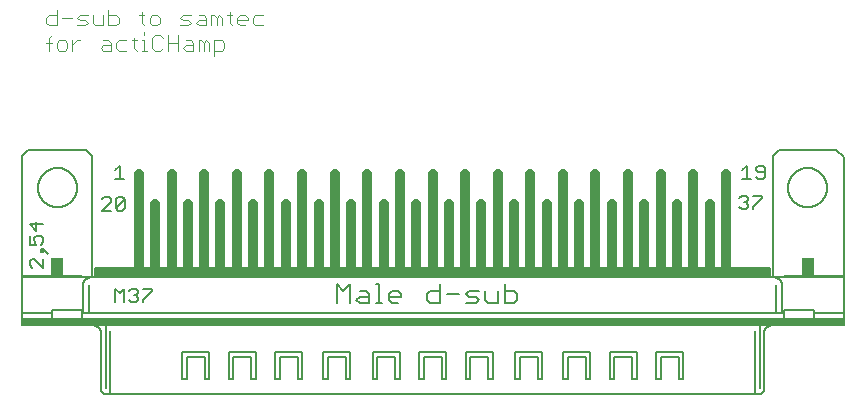
<source format=gto>
G75*
%MOIN*%
%OFA0B0*%
%FSLAX25Y25*%
%IPPOS*%
%LPD*%
%AMOC8*
5,1,8,0,0,1.08239X$1,22.5*
%
%ADD10C,0.00400*%
%ADD11C,0.00600*%
%ADD12C,0.03200*%
%ADD13C,0.00500*%
%ADD14R,0.01000X0.09500*%
%ADD15R,0.04000X0.06500*%
%ADD16R,2.25000X0.03000*%
%ADD17R,2.74000X0.02000*%
%ADD18R,0.03200X0.28500*%
%ADD19R,0.03200X0.18500*%
D10*
X0106419Y0114202D02*
X0106419Y0119407D01*
X0109021Y0119407D01*
X0109889Y0118539D01*
X0109889Y0116804D01*
X0109021Y0115937D01*
X0106419Y0115937D01*
X0104732Y0115937D02*
X0104732Y0118539D01*
X0103865Y0119407D01*
X0102998Y0118539D01*
X0102998Y0115937D01*
X0101263Y0115937D02*
X0101263Y0119407D01*
X0102130Y0119407D01*
X0102998Y0118539D01*
X0099576Y0118539D02*
X0099576Y0115937D01*
X0096974Y0115937D01*
X0096106Y0116804D01*
X0096974Y0117672D01*
X0099576Y0117672D01*
X0099576Y0118539D02*
X0098709Y0119407D01*
X0096974Y0119407D01*
X0094420Y0118539D02*
X0090950Y0118539D01*
X0089263Y0116804D02*
X0088396Y0115937D01*
X0086661Y0115937D01*
X0085794Y0116804D01*
X0085794Y0120274D01*
X0086661Y0121141D01*
X0088396Y0121141D01*
X0089263Y0120274D01*
X0090950Y0121141D02*
X0090950Y0115937D01*
X0094420Y0115937D02*
X0094420Y0121141D01*
X0095247Y0124337D02*
X0097849Y0124337D01*
X0098717Y0125204D01*
X0097849Y0126072D01*
X0096114Y0126072D01*
X0095247Y0126939D01*
X0096114Y0127807D01*
X0098717Y0127807D01*
X0101271Y0127807D02*
X0103006Y0127807D01*
X0103873Y0126939D01*
X0103873Y0124337D01*
X0101271Y0124337D01*
X0100403Y0125204D01*
X0101271Y0126072D01*
X0103873Y0126072D01*
X0105560Y0124337D02*
X0105560Y0127807D01*
X0106427Y0127807D01*
X0107295Y0126939D01*
X0108162Y0127807D01*
X0109029Y0126939D01*
X0109029Y0124337D01*
X0107295Y0124337D02*
X0107295Y0126939D01*
X0110716Y0127807D02*
X0112451Y0127807D01*
X0111584Y0128674D02*
X0111584Y0125204D01*
X0112451Y0124337D01*
X0114154Y0125204D02*
X0114154Y0126939D01*
X0115021Y0127807D01*
X0116756Y0127807D01*
X0117623Y0126939D01*
X0117623Y0126072D01*
X0114154Y0126072D01*
X0114154Y0125204D02*
X0115021Y0124337D01*
X0116756Y0124337D01*
X0119310Y0125204D02*
X0120178Y0124337D01*
X0122780Y0124337D01*
X0119310Y0125204D02*
X0119310Y0126939D01*
X0120178Y0127807D01*
X0122780Y0127807D01*
X0088404Y0126939D02*
X0087536Y0127807D01*
X0085802Y0127807D01*
X0084934Y0126939D01*
X0084934Y0125204D01*
X0085802Y0124337D01*
X0087536Y0124337D01*
X0088404Y0125204D01*
X0088404Y0126939D01*
X0083231Y0127807D02*
X0081497Y0127807D01*
X0082364Y0128674D02*
X0082364Y0125204D01*
X0083231Y0124337D01*
X0083223Y0122009D02*
X0083223Y0121141D01*
X0083223Y0119407D02*
X0083223Y0115937D01*
X0082356Y0115937D02*
X0084091Y0115937D01*
X0080653Y0115937D02*
X0079786Y0116804D01*
X0079786Y0120274D01*
X0078918Y0119407D02*
X0080653Y0119407D01*
X0082356Y0119407D02*
X0083223Y0119407D01*
X0077232Y0119407D02*
X0074629Y0119407D01*
X0073762Y0118539D01*
X0073762Y0116804D01*
X0074629Y0115937D01*
X0077232Y0115937D01*
X0072075Y0115937D02*
X0072075Y0118539D01*
X0071208Y0119407D01*
X0069473Y0119407D01*
X0069473Y0117672D02*
X0068606Y0116804D01*
X0069473Y0115937D01*
X0072075Y0115937D01*
X0072075Y0117672D02*
X0069473Y0117672D01*
X0069497Y0124337D02*
X0066895Y0124337D01*
X0066027Y0125204D01*
X0066027Y0127807D01*
X0064341Y0127807D02*
X0061738Y0127807D01*
X0060871Y0126939D01*
X0061738Y0126072D01*
X0063473Y0126072D01*
X0064341Y0125204D01*
X0063473Y0124337D01*
X0060871Y0124337D01*
X0059184Y0126939D02*
X0055715Y0126939D01*
X0054028Y0127807D02*
X0051426Y0127807D01*
X0050558Y0126939D01*
X0050558Y0125204D01*
X0051426Y0124337D01*
X0054028Y0124337D01*
X0054028Y0129541D01*
X0052293Y0121141D02*
X0051426Y0120274D01*
X0051426Y0115937D01*
X0053996Y0116804D02*
X0053996Y0118539D01*
X0054863Y0119407D01*
X0056598Y0119407D01*
X0057465Y0118539D01*
X0057465Y0116804D01*
X0056598Y0115937D01*
X0054863Y0115937D01*
X0053996Y0116804D01*
X0052293Y0118539D02*
X0050558Y0118539D01*
X0059152Y0117672D02*
X0060887Y0119407D01*
X0061754Y0119407D01*
X0059152Y0119407D02*
X0059152Y0115937D01*
X0069497Y0124337D02*
X0069497Y0127807D01*
X0071184Y0127807D02*
X0073786Y0127807D01*
X0074653Y0126939D01*
X0074653Y0125204D01*
X0073786Y0124337D01*
X0071184Y0124337D01*
X0071184Y0129541D01*
D11*
X0070248Y0024300D02*
X0042248Y0024300D01*
X0042248Y0026300D01*
X0052248Y0026300D01*
X0062248Y0026300D01*
X0062248Y0028300D01*
X0062748Y0028300D01*
X0062748Y0037800D01*
X0062750Y0037898D01*
X0062756Y0037996D01*
X0062765Y0038094D01*
X0062779Y0038191D01*
X0062796Y0038288D01*
X0062817Y0038384D01*
X0062842Y0038479D01*
X0062870Y0038573D01*
X0062903Y0038665D01*
X0062938Y0038757D01*
X0062978Y0038847D01*
X0063020Y0038935D01*
X0063067Y0039022D01*
X0063116Y0039106D01*
X0063169Y0039189D01*
X0063225Y0039269D01*
X0063285Y0039348D01*
X0063347Y0039424D01*
X0063412Y0039497D01*
X0063480Y0039568D01*
X0063551Y0039636D01*
X0063624Y0039701D01*
X0063700Y0039763D01*
X0063779Y0039823D01*
X0063859Y0039879D01*
X0063942Y0039932D01*
X0064026Y0039981D01*
X0064113Y0040028D01*
X0064201Y0040070D01*
X0064291Y0040110D01*
X0064383Y0040145D01*
X0064475Y0040178D01*
X0064569Y0040206D01*
X0064664Y0040231D01*
X0064760Y0040252D01*
X0064857Y0040269D01*
X0064954Y0040283D01*
X0065052Y0040292D01*
X0065150Y0040298D01*
X0065248Y0040300D01*
X0065748Y0040300D02*
X0062248Y0040300D01*
X0042248Y0040300D01*
X0042248Y0040800D01*
X0042248Y0080800D01*
X0044248Y0082800D01*
X0063748Y0082800D01*
X0065748Y0080800D01*
X0065748Y0040300D01*
X0066748Y0040300D01*
X0066748Y0043300D01*
X0291748Y0043300D01*
X0291748Y0040300D01*
X0066748Y0040300D01*
X0062248Y0040300D02*
X0062248Y0040800D01*
X0042248Y0040800D01*
X0042248Y0040300D02*
X0042248Y0028300D01*
X0052248Y0028300D01*
X0052248Y0029300D01*
X0062248Y0029300D01*
X0062248Y0028300D01*
X0062748Y0028300D02*
X0295748Y0028300D01*
X0295748Y0037800D01*
X0295746Y0037898D01*
X0295740Y0037996D01*
X0295731Y0038094D01*
X0295717Y0038191D01*
X0295700Y0038288D01*
X0295679Y0038384D01*
X0295654Y0038479D01*
X0295626Y0038573D01*
X0295593Y0038665D01*
X0295558Y0038757D01*
X0295518Y0038847D01*
X0295476Y0038935D01*
X0295429Y0039022D01*
X0295380Y0039106D01*
X0295327Y0039189D01*
X0295271Y0039269D01*
X0295211Y0039348D01*
X0295149Y0039424D01*
X0295084Y0039497D01*
X0295016Y0039568D01*
X0294945Y0039636D01*
X0294872Y0039701D01*
X0294796Y0039763D01*
X0294717Y0039823D01*
X0294637Y0039879D01*
X0294554Y0039932D01*
X0294470Y0039981D01*
X0294383Y0040028D01*
X0294295Y0040070D01*
X0294205Y0040110D01*
X0294113Y0040145D01*
X0294021Y0040178D01*
X0293927Y0040206D01*
X0293832Y0040231D01*
X0293736Y0040252D01*
X0293639Y0040269D01*
X0293542Y0040283D01*
X0293444Y0040292D01*
X0293346Y0040298D01*
X0293248Y0040300D01*
X0292748Y0040300D02*
X0292748Y0080800D01*
X0294748Y0082800D01*
X0313748Y0082800D01*
X0316248Y0080300D01*
X0316248Y0040800D01*
X0296248Y0040800D01*
X0296248Y0040300D01*
X0292748Y0040300D01*
X0291748Y0040300D01*
X0296248Y0040300D02*
X0316248Y0040300D01*
X0316248Y0040800D01*
X0316248Y0040300D02*
X0316248Y0028300D01*
X0316248Y0026300D01*
X0306248Y0026300D01*
X0306248Y0028300D01*
X0306248Y0029300D01*
X0296248Y0029300D01*
X0296248Y0028300D01*
X0295748Y0028300D01*
X0296248Y0028300D02*
X0296248Y0026300D01*
X0062248Y0026300D01*
X0066248Y0024300D02*
X0066346Y0024298D01*
X0066444Y0024292D01*
X0066542Y0024283D01*
X0066639Y0024269D01*
X0066736Y0024252D01*
X0066832Y0024231D01*
X0066927Y0024206D01*
X0067021Y0024178D01*
X0067113Y0024145D01*
X0067205Y0024110D01*
X0067295Y0024070D01*
X0067383Y0024028D01*
X0067470Y0023981D01*
X0067554Y0023932D01*
X0067637Y0023879D01*
X0067717Y0023823D01*
X0067796Y0023763D01*
X0067872Y0023701D01*
X0067945Y0023636D01*
X0068016Y0023568D01*
X0068084Y0023497D01*
X0068149Y0023424D01*
X0068211Y0023348D01*
X0068271Y0023269D01*
X0068327Y0023189D01*
X0068380Y0023106D01*
X0068429Y0023022D01*
X0068476Y0022935D01*
X0068518Y0022847D01*
X0068558Y0022757D01*
X0068593Y0022665D01*
X0068626Y0022573D01*
X0068654Y0022479D01*
X0068679Y0022384D01*
X0068700Y0022288D01*
X0068717Y0022191D01*
X0068731Y0022094D01*
X0068740Y0021996D01*
X0068746Y0021898D01*
X0068748Y0021800D01*
X0068748Y0003300D01*
X0070248Y0003300D02*
X0070248Y0024300D01*
X0288248Y0024300D01*
X0316248Y0024300D01*
X0316248Y0026300D01*
X0316248Y0028300D02*
X0306248Y0028300D01*
X0306248Y0026300D02*
X0296248Y0026300D01*
X0292248Y0024300D02*
X0292150Y0024298D01*
X0292052Y0024292D01*
X0291954Y0024283D01*
X0291857Y0024269D01*
X0291760Y0024252D01*
X0291664Y0024231D01*
X0291569Y0024206D01*
X0291475Y0024178D01*
X0291383Y0024145D01*
X0291291Y0024110D01*
X0291201Y0024070D01*
X0291113Y0024028D01*
X0291026Y0023981D01*
X0290942Y0023932D01*
X0290859Y0023879D01*
X0290779Y0023823D01*
X0290700Y0023763D01*
X0290624Y0023701D01*
X0290551Y0023636D01*
X0290480Y0023568D01*
X0290412Y0023497D01*
X0290347Y0023424D01*
X0290285Y0023348D01*
X0290225Y0023269D01*
X0290169Y0023189D01*
X0290116Y0023106D01*
X0290067Y0023022D01*
X0290020Y0022935D01*
X0289978Y0022847D01*
X0289938Y0022757D01*
X0289903Y0022665D01*
X0289870Y0022573D01*
X0289842Y0022479D01*
X0289817Y0022384D01*
X0289796Y0022288D01*
X0289779Y0022191D01*
X0289765Y0022094D01*
X0289756Y0021996D01*
X0289750Y0021898D01*
X0289748Y0021800D01*
X0289748Y0003300D01*
X0288248Y0003300D02*
X0288248Y0024300D01*
X0286748Y0022300D02*
X0286748Y0001300D01*
X0071748Y0001300D01*
X0070748Y0001300D01*
X0071748Y0001300D02*
X0071748Y0022300D01*
X0052248Y0026300D02*
X0052248Y0028300D01*
X0042248Y0028300D02*
X0042248Y0026300D01*
X0068748Y0003300D02*
X0068750Y0003213D01*
X0068756Y0003126D01*
X0068765Y0003039D01*
X0068778Y0002953D01*
X0068795Y0002867D01*
X0068816Y0002782D01*
X0068841Y0002699D01*
X0068869Y0002616D01*
X0068900Y0002535D01*
X0068935Y0002455D01*
X0068974Y0002377D01*
X0069016Y0002300D01*
X0069061Y0002225D01*
X0069110Y0002153D01*
X0069161Y0002082D01*
X0069216Y0002014D01*
X0069273Y0001949D01*
X0069334Y0001886D01*
X0069397Y0001825D01*
X0069462Y0001768D01*
X0069530Y0001713D01*
X0069601Y0001662D01*
X0069673Y0001613D01*
X0069748Y0001568D01*
X0069825Y0001526D01*
X0069903Y0001487D01*
X0069983Y0001452D01*
X0070064Y0001421D01*
X0070147Y0001393D01*
X0070230Y0001368D01*
X0070315Y0001347D01*
X0070401Y0001330D01*
X0070487Y0001317D01*
X0070574Y0001308D01*
X0070661Y0001302D01*
X0070748Y0001300D01*
X0095748Y0006300D02*
X0095748Y0015300D01*
X0104748Y0015300D01*
X0104748Y0006300D01*
X0103248Y0006300D01*
X0103248Y0013800D01*
X0097248Y0013800D01*
X0097248Y0006300D01*
X0095748Y0006300D01*
X0111248Y0006300D02*
X0111248Y0015300D01*
X0120248Y0015300D01*
X0120248Y0006300D01*
X0118748Y0006300D01*
X0118748Y0013800D01*
X0112748Y0013800D01*
X0112748Y0006300D01*
X0111248Y0006300D01*
X0126748Y0006300D02*
X0126748Y0015300D01*
X0135748Y0015300D01*
X0135748Y0006300D01*
X0134248Y0006300D01*
X0134248Y0013800D01*
X0128248Y0013800D01*
X0128248Y0006300D01*
X0126748Y0006300D01*
X0142748Y0006300D02*
X0142748Y0015300D01*
X0151748Y0015300D01*
X0151748Y0006300D01*
X0150248Y0006300D01*
X0150248Y0013800D01*
X0144248Y0013800D01*
X0144248Y0006300D01*
X0142748Y0006300D01*
X0159248Y0006300D02*
X0159248Y0015300D01*
X0168248Y0015300D01*
X0168248Y0006300D01*
X0166748Y0006300D01*
X0166748Y0013800D01*
X0160748Y0013800D01*
X0160748Y0006300D01*
X0159248Y0006300D01*
X0174748Y0006300D02*
X0174748Y0015300D01*
X0183748Y0015300D01*
X0183748Y0006300D01*
X0182248Y0006300D01*
X0182248Y0013800D01*
X0176248Y0013800D01*
X0176248Y0006300D01*
X0174748Y0006300D01*
X0190248Y0006300D02*
X0190248Y0015300D01*
X0199248Y0015300D01*
X0199248Y0006300D01*
X0197748Y0006300D01*
X0197748Y0013800D01*
X0191748Y0013800D01*
X0191748Y0006300D01*
X0190248Y0006300D01*
X0206748Y0006300D02*
X0206748Y0015300D01*
X0215748Y0015300D01*
X0215748Y0006300D01*
X0214248Y0006300D01*
X0214248Y0013800D01*
X0208248Y0013800D01*
X0208248Y0006300D01*
X0206748Y0006300D01*
X0222748Y0006300D02*
X0222748Y0015300D01*
X0231748Y0015300D01*
X0231748Y0006300D01*
X0230248Y0006300D01*
X0230248Y0013800D01*
X0224248Y0013800D01*
X0224248Y0006300D01*
X0222748Y0006300D01*
X0238248Y0006300D02*
X0238248Y0015300D01*
X0247248Y0015300D01*
X0247248Y0006300D01*
X0245748Y0006300D01*
X0245748Y0013800D01*
X0239748Y0013800D01*
X0239748Y0006300D01*
X0238248Y0006300D01*
X0253748Y0006300D02*
X0253748Y0015300D01*
X0262748Y0015300D01*
X0262748Y0006300D01*
X0261248Y0006300D01*
X0261248Y0013800D01*
X0255248Y0013800D01*
X0255248Y0006300D01*
X0253748Y0006300D01*
X0286748Y0001300D02*
X0287748Y0001300D01*
X0287835Y0001302D01*
X0287922Y0001308D01*
X0288009Y0001317D01*
X0288095Y0001330D01*
X0288181Y0001347D01*
X0288266Y0001368D01*
X0288349Y0001393D01*
X0288432Y0001421D01*
X0288513Y0001452D01*
X0288593Y0001487D01*
X0288671Y0001526D01*
X0288748Y0001568D01*
X0288823Y0001613D01*
X0288895Y0001662D01*
X0288966Y0001713D01*
X0289034Y0001768D01*
X0289099Y0001825D01*
X0289162Y0001886D01*
X0289223Y0001949D01*
X0289280Y0002014D01*
X0289335Y0002082D01*
X0289386Y0002153D01*
X0289435Y0002225D01*
X0289480Y0002300D01*
X0289522Y0002377D01*
X0289561Y0002455D01*
X0289596Y0002535D01*
X0289627Y0002616D01*
X0289655Y0002699D01*
X0289680Y0002782D01*
X0289701Y0002867D01*
X0289718Y0002953D01*
X0289731Y0003039D01*
X0289740Y0003126D01*
X0289746Y0003213D01*
X0289748Y0003300D01*
X0207553Y0032731D02*
X0207553Y0034866D01*
X0206486Y0035933D01*
X0203283Y0035933D01*
X0203283Y0038068D02*
X0203283Y0031663D01*
X0206486Y0031663D01*
X0207553Y0032731D01*
X0201108Y0031663D02*
X0201108Y0035933D01*
X0196838Y0035933D02*
X0196838Y0032731D01*
X0197905Y0031663D01*
X0201108Y0031663D01*
X0194662Y0032731D02*
X0193595Y0033798D01*
X0191460Y0033798D01*
X0190392Y0034866D01*
X0191460Y0035933D01*
X0194662Y0035933D01*
X0194662Y0032731D02*
X0193595Y0031663D01*
X0190392Y0031663D01*
X0188217Y0034866D02*
X0183947Y0034866D01*
X0181771Y0035933D02*
X0178569Y0035933D01*
X0177501Y0034866D01*
X0177501Y0032731D01*
X0178569Y0031663D01*
X0181771Y0031663D01*
X0181771Y0038068D01*
X0168880Y0034866D02*
X0168880Y0033798D01*
X0164610Y0033798D01*
X0164610Y0032731D02*
X0164610Y0034866D01*
X0165678Y0035933D01*
X0167813Y0035933D01*
X0168880Y0034866D01*
X0167813Y0031663D02*
X0165678Y0031663D01*
X0164610Y0032731D01*
X0162448Y0031663D02*
X0160313Y0031663D01*
X0161381Y0031663D02*
X0161381Y0038068D01*
X0160313Y0038068D01*
X0158138Y0034866D02*
X0157070Y0035933D01*
X0154935Y0035933D01*
X0154935Y0033798D02*
X0158138Y0033798D01*
X0158138Y0034866D02*
X0158138Y0031663D01*
X0154935Y0031663D01*
X0153868Y0032731D01*
X0154935Y0033798D01*
X0151692Y0031663D02*
X0151692Y0038068D01*
X0149557Y0035933D01*
X0147422Y0038068D01*
X0147422Y0031663D01*
X0047748Y0070300D02*
X0047750Y0070461D01*
X0047756Y0070621D01*
X0047766Y0070782D01*
X0047780Y0070942D01*
X0047798Y0071102D01*
X0047819Y0071261D01*
X0047845Y0071420D01*
X0047875Y0071578D01*
X0047908Y0071735D01*
X0047946Y0071892D01*
X0047987Y0072047D01*
X0048032Y0072201D01*
X0048081Y0072354D01*
X0048134Y0072506D01*
X0048190Y0072657D01*
X0048251Y0072806D01*
X0048314Y0072954D01*
X0048382Y0073100D01*
X0048453Y0073244D01*
X0048527Y0073386D01*
X0048605Y0073527D01*
X0048687Y0073665D01*
X0048772Y0073802D01*
X0048860Y0073936D01*
X0048952Y0074068D01*
X0049047Y0074198D01*
X0049145Y0074326D01*
X0049246Y0074451D01*
X0049350Y0074573D01*
X0049457Y0074693D01*
X0049567Y0074810D01*
X0049680Y0074925D01*
X0049796Y0075036D01*
X0049915Y0075145D01*
X0050036Y0075250D01*
X0050160Y0075353D01*
X0050286Y0075453D01*
X0050414Y0075549D01*
X0050545Y0075642D01*
X0050679Y0075732D01*
X0050814Y0075819D01*
X0050952Y0075902D01*
X0051091Y0075982D01*
X0051233Y0076058D01*
X0051376Y0076131D01*
X0051521Y0076200D01*
X0051668Y0076266D01*
X0051816Y0076328D01*
X0051966Y0076386D01*
X0052117Y0076441D01*
X0052270Y0076492D01*
X0052424Y0076539D01*
X0052579Y0076582D01*
X0052735Y0076621D01*
X0052891Y0076657D01*
X0053049Y0076688D01*
X0053207Y0076716D01*
X0053366Y0076740D01*
X0053526Y0076760D01*
X0053686Y0076776D01*
X0053846Y0076788D01*
X0054007Y0076796D01*
X0054168Y0076800D01*
X0054328Y0076800D01*
X0054489Y0076796D01*
X0054650Y0076788D01*
X0054810Y0076776D01*
X0054970Y0076760D01*
X0055130Y0076740D01*
X0055289Y0076716D01*
X0055447Y0076688D01*
X0055605Y0076657D01*
X0055761Y0076621D01*
X0055917Y0076582D01*
X0056072Y0076539D01*
X0056226Y0076492D01*
X0056379Y0076441D01*
X0056530Y0076386D01*
X0056680Y0076328D01*
X0056828Y0076266D01*
X0056975Y0076200D01*
X0057120Y0076131D01*
X0057263Y0076058D01*
X0057405Y0075982D01*
X0057544Y0075902D01*
X0057682Y0075819D01*
X0057817Y0075732D01*
X0057951Y0075642D01*
X0058082Y0075549D01*
X0058210Y0075453D01*
X0058336Y0075353D01*
X0058460Y0075250D01*
X0058581Y0075145D01*
X0058700Y0075036D01*
X0058816Y0074925D01*
X0058929Y0074810D01*
X0059039Y0074693D01*
X0059146Y0074573D01*
X0059250Y0074451D01*
X0059351Y0074326D01*
X0059449Y0074198D01*
X0059544Y0074068D01*
X0059636Y0073936D01*
X0059724Y0073802D01*
X0059809Y0073665D01*
X0059891Y0073527D01*
X0059969Y0073386D01*
X0060043Y0073244D01*
X0060114Y0073100D01*
X0060182Y0072954D01*
X0060245Y0072806D01*
X0060306Y0072657D01*
X0060362Y0072506D01*
X0060415Y0072354D01*
X0060464Y0072201D01*
X0060509Y0072047D01*
X0060550Y0071892D01*
X0060588Y0071735D01*
X0060621Y0071578D01*
X0060651Y0071420D01*
X0060677Y0071261D01*
X0060698Y0071102D01*
X0060716Y0070942D01*
X0060730Y0070782D01*
X0060740Y0070621D01*
X0060746Y0070461D01*
X0060748Y0070300D01*
X0060746Y0070139D01*
X0060740Y0069979D01*
X0060730Y0069818D01*
X0060716Y0069658D01*
X0060698Y0069498D01*
X0060677Y0069339D01*
X0060651Y0069180D01*
X0060621Y0069022D01*
X0060588Y0068865D01*
X0060550Y0068708D01*
X0060509Y0068553D01*
X0060464Y0068399D01*
X0060415Y0068246D01*
X0060362Y0068094D01*
X0060306Y0067943D01*
X0060245Y0067794D01*
X0060182Y0067646D01*
X0060114Y0067500D01*
X0060043Y0067356D01*
X0059969Y0067214D01*
X0059891Y0067073D01*
X0059809Y0066935D01*
X0059724Y0066798D01*
X0059636Y0066664D01*
X0059544Y0066532D01*
X0059449Y0066402D01*
X0059351Y0066274D01*
X0059250Y0066149D01*
X0059146Y0066027D01*
X0059039Y0065907D01*
X0058929Y0065790D01*
X0058816Y0065675D01*
X0058700Y0065564D01*
X0058581Y0065455D01*
X0058460Y0065350D01*
X0058336Y0065247D01*
X0058210Y0065147D01*
X0058082Y0065051D01*
X0057951Y0064958D01*
X0057817Y0064868D01*
X0057682Y0064781D01*
X0057544Y0064698D01*
X0057405Y0064618D01*
X0057263Y0064542D01*
X0057120Y0064469D01*
X0056975Y0064400D01*
X0056828Y0064334D01*
X0056680Y0064272D01*
X0056530Y0064214D01*
X0056379Y0064159D01*
X0056226Y0064108D01*
X0056072Y0064061D01*
X0055917Y0064018D01*
X0055761Y0063979D01*
X0055605Y0063943D01*
X0055447Y0063912D01*
X0055289Y0063884D01*
X0055130Y0063860D01*
X0054970Y0063840D01*
X0054810Y0063824D01*
X0054650Y0063812D01*
X0054489Y0063804D01*
X0054328Y0063800D01*
X0054168Y0063800D01*
X0054007Y0063804D01*
X0053846Y0063812D01*
X0053686Y0063824D01*
X0053526Y0063840D01*
X0053366Y0063860D01*
X0053207Y0063884D01*
X0053049Y0063912D01*
X0052891Y0063943D01*
X0052735Y0063979D01*
X0052579Y0064018D01*
X0052424Y0064061D01*
X0052270Y0064108D01*
X0052117Y0064159D01*
X0051966Y0064214D01*
X0051816Y0064272D01*
X0051668Y0064334D01*
X0051521Y0064400D01*
X0051376Y0064469D01*
X0051233Y0064542D01*
X0051091Y0064618D01*
X0050952Y0064698D01*
X0050814Y0064781D01*
X0050679Y0064868D01*
X0050545Y0064958D01*
X0050414Y0065051D01*
X0050286Y0065147D01*
X0050160Y0065247D01*
X0050036Y0065350D01*
X0049915Y0065455D01*
X0049796Y0065564D01*
X0049680Y0065675D01*
X0049567Y0065790D01*
X0049457Y0065907D01*
X0049350Y0066027D01*
X0049246Y0066149D01*
X0049145Y0066274D01*
X0049047Y0066402D01*
X0048952Y0066532D01*
X0048860Y0066664D01*
X0048772Y0066798D01*
X0048687Y0066935D01*
X0048605Y0067073D01*
X0048527Y0067214D01*
X0048453Y0067356D01*
X0048382Y0067500D01*
X0048314Y0067646D01*
X0048251Y0067794D01*
X0048190Y0067943D01*
X0048134Y0068094D01*
X0048081Y0068246D01*
X0048032Y0068399D01*
X0047987Y0068553D01*
X0047946Y0068708D01*
X0047908Y0068865D01*
X0047875Y0069022D01*
X0047845Y0069180D01*
X0047819Y0069339D01*
X0047798Y0069498D01*
X0047780Y0069658D01*
X0047766Y0069818D01*
X0047756Y0069979D01*
X0047750Y0070139D01*
X0047748Y0070300D01*
X0297748Y0070300D02*
X0297750Y0070461D01*
X0297756Y0070621D01*
X0297766Y0070782D01*
X0297780Y0070942D01*
X0297798Y0071102D01*
X0297819Y0071261D01*
X0297845Y0071420D01*
X0297875Y0071578D01*
X0297908Y0071735D01*
X0297946Y0071892D01*
X0297987Y0072047D01*
X0298032Y0072201D01*
X0298081Y0072354D01*
X0298134Y0072506D01*
X0298190Y0072657D01*
X0298251Y0072806D01*
X0298314Y0072954D01*
X0298382Y0073100D01*
X0298453Y0073244D01*
X0298527Y0073386D01*
X0298605Y0073527D01*
X0298687Y0073665D01*
X0298772Y0073802D01*
X0298860Y0073936D01*
X0298952Y0074068D01*
X0299047Y0074198D01*
X0299145Y0074326D01*
X0299246Y0074451D01*
X0299350Y0074573D01*
X0299457Y0074693D01*
X0299567Y0074810D01*
X0299680Y0074925D01*
X0299796Y0075036D01*
X0299915Y0075145D01*
X0300036Y0075250D01*
X0300160Y0075353D01*
X0300286Y0075453D01*
X0300414Y0075549D01*
X0300545Y0075642D01*
X0300679Y0075732D01*
X0300814Y0075819D01*
X0300952Y0075902D01*
X0301091Y0075982D01*
X0301233Y0076058D01*
X0301376Y0076131D01*
X0301521Y0076200D01*
X0301668Y0076266D01*
X0301816Y0076328D01*
X0301966Y0076386D01*
X0302117Y0076441D01*
X0302270Y0076492D01*
X0302424Y0076539D01*
X0302579Y0076582D01*
X0302735Y0076621D01*
X0302891Y0076657D01*
X0303049Y0076688D01*
X0303207Y0076716D01*
X0303366Y0076740D01*
X0303526Y0076760D01*
X0303686Y0076776D01*
X0303846Y0076788D01*
X0304007Y0076796D01*
X0304168Y0076800D01*
X0304328Y0076800D01*
X0304489Y0076796D01*
X0304650Y0076788D01*
X0304810Y0076776D01*
X0304970Y0076760D01*
X0305130Y0076740D01*
X0305289Y0076716D01*
X0305447Y0076688D01*
X0305605Y0076657D01*
X0305761Y0076621D01*
X0305917Y0076582D01*
X0306072Y0076539D01*
X0306226Y0076492D01*
X0306379Y0076441D01*
X0306530Y0076386D01*
X0306680Y0076328D01*
X0306828Y0076266D01*
X0306975Y0076200D01*
X0307120Y0076131D01*
X0307263Y0076058D01*
X0307405Y0075982D01*
X0307544Y0075902D01*
X0307682Y0075819D01*
X0307817Y0075732D01*
X0307951Y0075642D01*
X0308082Y0075549D01*
X0308210Y0075453D01*
X0308336Y0075353D01*
X0308460Y0075250D01*
X0308581Y0075145D01*
X0308700Y0075036D01*
X0308816Y0074925D01*
X0308929Y0074810D01*
X0309039Y0074693D01*
X0309146Y0074573D01*
X0309250Y0074451D01*
X0309351Y0074326D01*
X0309449Y0074198D01*
X0309544Y0074068D01*
X0309636Y0073936D01*
X0309724Y0073802D01*
X0309809Y0073665D01*
X0309891Y0073527D01*
X0309969Y0073386D01*
X0310043Y0073244D01*
X0310114Y0073100D01*
X0310182Y0072954D01*
X0310245Y0072806D01*
X0310306Y0072657D01*
X0310362Y0072506D01*
X0310415Y0072354D01*
X0310464Y0072201D01*
X0310509Y0072047D01*
X0310550Y0071892D01*
X0310588Y0071735D01*
X0310621Y0071578D01*
X0310651Y0071420D01*
X0310677Y0071261D01*
X0310698Y0071102D01*
X0310716Y0070942D01*
X0310730Y0070782D01*
X0310740Y0070621D01*
X0310746Y0070461D01*
X0310748Y0070300D01*
X0310746Y0070139D01*
X0310740Y0069979D01*
X0310730Y0069818D01*
X0310716Y0069658D01*
X0310698Y0069498D01*
X0310677Y0069339D01*
X0310651Y0069180D01*
X0310621Y0069022D01*
X0310588Y0068865D01*
X0310550Y0068708D01*
X0310509Y0068553D01*
X0310464Y0068399D01*
X0310415Y0068246D01*
X0310362Y0068094D01*
X0310306Y0067943D01*
X0310245Y0067794D01*
X0310182Y0067646D01*
X0310114Y0067500D01*
X0310043Y0067356D01*
X0309969Y0067214D01*
X0309891Y0067073D01*
X0309809Y0066935D01*
X0309724Y0066798D01*
X0309636Y0066664D01*
X0309544Y0066532D01*
X0309449Y0066402D01*
X0309351Y0066274D01*
X0309250Y0066149D01*
X0309146Y0066027D01*
X0309039Y0065907D01*
X0308929Y0065790D01*
X0308816Y0065675D01*
X0308700Y0065564D01*
X0308581Y0065455D01*
X0308460Y0065350D01*
X0308336Y0065247D01*
X0308210Y0065147D01*
X0308082Y0065051D01*
X0307951Y0064958D01*
X0307817Y0064868D01*
X0307682Y0064781D01*
X0307544Y0064698D01*
X0307405Y0064618D01*
X0307263Y0064542D01*
X0307120Y0064469D01*
X0306975Y0064400D01*
X0306828Y0064334D01*
X0306680Y0064272D01*
X0306530Y0064214D01*
X0306379Y0064159D01*
X0306226Y0064108D01*
X0306072Y0064061D01*
X0305917Y0064018D01*
X0305761Y0063979D01*
X0305605Y0063943D01*
X0305447Y0063912D01*
X0305289Y0063884D01*
X0305130Y0063860D01*
X0304970Y0063840D01*
X0304810Y0063824D01*
X0304650Y0063812D01*
X0304489Y0063804D01*
X0304328Y0063800D01*
X0304168Y0063800D01*
X0304007Y0063804D01*
X0303846Y0063812D01*
X0303686Y0063824D01*
X0303526Y0063840D01*
X0303366Y0063860D01*
X0303207Y0063884D01*
X0303049Y0063912D01*
X0302891Y0063943D01*
X0302735Y0063979D01*
X0302579Y0064018D01*
X0302424Y0064061D01*
X0302270Y0064108D01*
X0302117Y0064159D01*
X0301966Y0064214D01*
X0301816Y0064272D01*
X0301668Y0064334D01*
X0301521Y0064400D01*
X0301376Y0064469D01*
X0301233Y0064542D01*
X0301091Y0064618D01*
X0300952Y0064698D01*
X0300814Y0064781D01*
X0300679Y0064868D01*
X0300545Y0064958D01*
X0300414Y0065051D01*
X0300286Y0065147D01*
X0300160Y0065247D01*
X0300036Y0065350D01*
X0299915Y0065455D01*
X0299796Y0065564D01*
X0299680Y0065675D01*
X0299567Y0065790D01*
X0299457Y0065907D01*
X0299350Y0066027D01*
X0299246Y0066149D01*
X0299145Y0066274D01*
X0299047Y0066402D01*
X0298952Y0066532D01*
X0298860Y0066664D01*
X0298772Y0066798D01*
X0298687Y0066935D01*
X0298605Y0067073D01*
X0298527Y0067214D01*
X0298453Y0067356D01*
X0298382Y0067500D01*
X0298314Y0067646D01*
X0298251Y0067794D01*
X0298190Y0067943D01*
X0298134Y0068094D01*
X0298081Y0068246D01*
X0298032Y0068399D01*
X0297987Y0068553D01*
X0297946Y0068708D01*
X0297908Y0068865D01*
X0297875Y0069022D01*
X0297845Y0069180D01*
X0297819Y0069339D01*
X0297798Y0069498D01*
X0297780Y0069658D01*
X0297766Y0069818D01*
X0297756Y0069979D01*
X0297750Y0070139D01*
X0297748Y0070300D01*
D12*
X0277048Y0070800D02*
X0277048Y0074800D01*
X0266148Y0074800D02*
X0266148Y0070800D01*
X0260748Y0064800D02*
X0260748Y0060800D01*
X0249848Y0060800D02*
X0249848Y0064800D01*
X0244448Y0070800D02*
X0244448Y0074800D01*
X0233548Y0074800D02*
X0233548Y0070800D01*
X0228148Y0064800D02*
X0228148Y0060800D01*
X0217248Y0060800D02*
X0217248Y0064800D01*
X0211848Y0070800D02*
X0211848Y0074800D01*
X0200948Y0074800D02*
X0200948Y0070800D01*
X0195548Y0064800D02*
X0195548Y0060800D01*
X0184648Y0060800D02*
X0184648Y0064800D01*
X0179248Y0070800D02*
X0179248Y0074800D01*
X0168348Y0074800D02*
X0168348Y0070800D01*
X0162948Y0064800D02*
X0162948Y0060800D01*
X0152048Y0060800D02*
X0152048Y0064800D01*
X0146648Y0070800D02*
X0146648Y0074800D01*
X0135748Y0074800D02*
X0135748Y0070800D01*
X0130348Y0064800D02*
X0130348Y0060800D01*
X0119448Y0060800D02*
X0119448Y0064800D01*
X0114048Y0070800D02*
X0114048Y0074800D01*
X0103148Y0074900D02*
X0103148Y0070900D01*
X0097748Y0064900D02*
X0097748Y0060900D01*
X0086848Y0060900D02*
X0086848Y0064900D01*
X0081448Y0070800D02*
X0081448Y0074800D01*
X0092248Y0074800D02*
X0092248Y0070800D01*
X0108548Y0064900D02*
X0108548Y0060900D01*
X0124848Y0070800D02*
X0124848Y0074800D01*
X0141248Y0064800D02*
X0141248Y0060800D01*
X0157548Y0070800D02*
X0157548Y0074800D01*
X0173848Y0064800D02*
X0173848Y0060800D01*
X0190148Y0070800D02*
X0190148Y0074800D01*
X0206448Y0064800D02*
X0206448Y0060800D01*
X0222748Y0070800D02*
X0222748Y0074800D01*
X0239048Y0064800D02*
X0239048Y0060800D01*
X0255348Y0070800D02*
X0255348Y0074800D01*
X0271648Y0064800D02*
X0271648Y0060800D01*
D13*
X0281498Y0063801D02*
X0282249Y0063050D01*
X0283750Y0063050D01*
X0284501Y0063801D01*
X0284501Y0064551D01*
X0283750Y0065302D01*
X0282999Y0065302D01*
X0283750Y0065302D02*
X0284501Y0066053D01*
X0284501Y0066803D01*
X0283750Y0067554D01*
X0282249Y0067554D01*
X0281498Y0066803D01*
X0286102Y0067554D02*
X0289105Y0067554D01*
X0289105Y0066803D01*
X0286102Y0063801D01*
X0286102Y0063050D01*
X0285501Y0073050D02*
X0282498Y0073050D01*
X0283999Y0073050D02*
X0283999Y0077554D01*
X0282498Y0076053D01*
X0287102Y0076053D02*
X0287853Y0075302D01*
X0290105Y0075302D01*
X0290105Y0073801D02*
X0290105Y0076803D01*
X0289354Y0077554D01*
X0287853Y0077554D01*
X0287102Y0076803D01*
X0287102Y0076053D01*
X0287102Y0073801D02*
X0287853Y0073050D01*
X0289354Y0073050D01*
X0290105Y0073801D01*
X0085708Y0036554D02*
X0085708Y0035803D01*
X0082706Y0032801D01*
X0082706Y0032050D01*
X0081105Y0032801D02*
X0081105Y0033551D01*
X0080354Y0034302D01*
X0079603Y0034302D01*
X0080354Y0034302D02*
X0081105Y0035053D01*
X0081105Y0035803D01*
X0080354Y0036554D01*
X0078853Y0036554D01*
X0078102Y0035803D01*
X0076501Y0036554D02*
X0076501Y0032050D01*
X0078102Y0032801D02*
X0078853Y0032050D01*
X0080354Y0032050D01*
X0081105Y0032801D01*
X0082706Y0036554D02*
X0085708Y0036554D01*
X0076501Y0036554D02*
X0074999Y0035053D01*
X0073498Y0036554D01*
X0073498Y0032050D01*
X0049498Y0043550D02*
X0046495Y0046553D01*
X0045745Y0046553D01*
X0044994Y0045802D01*
X0044994Y0044301D01*
X0045745Y0043550D01*
X0049498Y0043550D02*
X0049498Y0046553D01*
X0050999Y0048154D02*
X0049498Y0049655D01*
X0049498Y0048905D01*
X0048747Y0048905D01*
X0048747Y0049655D01*
X0049498Y0049655D01*
X0048747Y0051223D02*
X0049498Y0051974D01*
X0049498Y0053475D01*
X0048747Y0054226D01*
X0047246Y0054226D01*
X0046495Y0053475D01*
X0046495Y0052724D01*
X0047246Y0051223D01*
X0044994Y0051223D01*
X0044994Y0054226D01*
X0047246Y0055827D02*
X0047246Y0058830D01*
X0044994Y0058079D02*
X0047246Y0055827D01*
X0049498Y0058079D02*
X0044994Y0058079D01*
X0068998Y0062550D02*
X0072001Y0065553D01*
X0072001Y0066303D01*
X0071250Y0067054D01*
X0069749Y0067054D01*
X0068998Y0066303D01*
X0068998Y0062550D02*
X0072001Y0062550D01*
X0073602Y0063301D02*
X0073602Y0066303D01*
X0074353Y0067054D01*
X0075854Y0067054D01*
X0076605Y0066303D01*
X0073602Y0063301D01*
X0074353Y0062550D01*
X0075854Y0062550D01*
X0076605Y0063301D01*
X0076605Y0066303D01*
X0076501Y0073050D02*
X0073498Y0073050D01*
X0074999Y0073050D02*
X0074999Y0077554D01*
X0073498Y0076053D01*
D14*
X0064748Y0033050D03*
X0293748Y0033050D03*
D15*
X0304548Y0043550D03*
X0053948Y0043550D03*
D16*
X0179248Y0041800D03*
D17*
X0179248Y0025300D03*
D18*
X0179248Y0057550D03*
X0168348Y0057550D03*
X0157548Y0057550D03*
X0146648Y0057550D03*
X0135748Y0057550D03*
X0124848Y0057550D03*
X0114048Y0057550D03*
X0114048Y0057550D03*
X0103148Y0057550D03*
X0092248Y0057550D03*
X0081448Y0057550D03*
X0190148Y0057550D03*
X0200948Y0057550D03*
X0211848Y0057550D03*
X0222748Y0057650D03*
X0233548Y0057550D03*
X0244448Y0057550D03*
X0255348Y0057550D03*
X0266148Y0057550D03*
X0277048Y0057550D03*
D19*
X0271648Y0052550D03*
X0260748Y0052550D03*
X0249848Y0052550D03*
X0239048Y0052550D03*
X0228148Y0052550D03*
X0217248Y0052550D03*
X0206448Y0052550D03*
X0195548Y0052550D03*
X0184648Y0052550D03*
X0173848Y0052550D03*
X0162948Y0052550D03*
X0152048Y0052550D03*
X0141248Y0052550D03*
X0130348Y0052550D03*
X0119448Y0052550D03*
X0119448Y0052550D03*
X0108548Y0052550D03*
X0097748Y0052550D03*
X0086848Y0052550D03*
M02*

</source>
